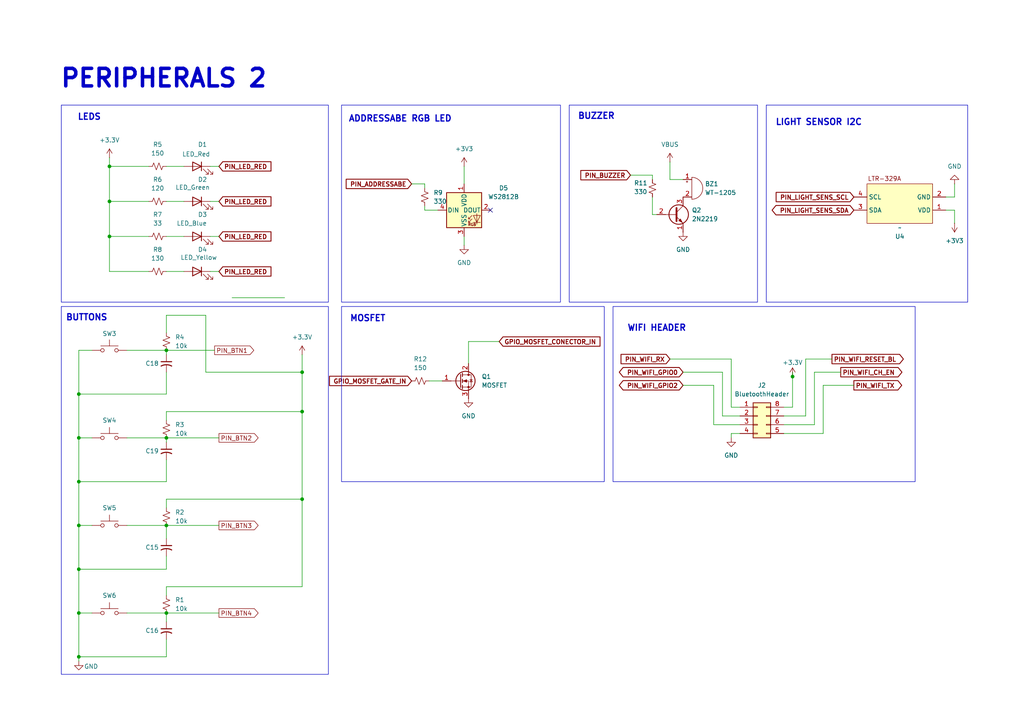
<source format=kicad_sch>
(kicad_sch (version 20250114) (generator "eeschema") (generator_version "9.0")
  (paper "A4")
  (title_block (title "EcoBoard") (company "EcoEnterprise"))
  (lib_symbols
    (symbol "Connector_Generic:Conn_02x04_Counter_Clockwise" (pin_names (offset 1.016) (hide yes))
      (property "Reference" "J" (at 1.27 5.08 0))
      (property "Value" "Conn_02x04_Counter_Clockwise" (at 1.27 -7.62 0))
      (symbol "Conn_02x04_Counter_Clockwise_1_1"
        (rectangle (start -1.27 3.81) (end 3.81 -6.35) (stroke (width 0.254)) (fill (type background)))
        (rectangle (start -1.27 2.667) (end 0 2.413) (stroke (width 0.1524)))
        (rectangle (start -1.27 0.127) (end 0 -0.127) (stroke (width 0.1524)))
        (rectangle (start -1.27 -2.413) (end 0 -2.667) (stroke (width 0.1524)))
        (rectangle (start -1.27 -4.953) (end 0 -5.207) (stroke (width 0.1524)))
        (rectangle (start 3.81 2.667) (end 2.54 2.413) (stroke (width 0.1524)))
        (rectangle (start 3.81 0.127) (end 2.54 -0.127) (stroke (width 0.1524)))
        (rectangle (start 3.81 -2.413) (end 2.54 -2.667) (stroke (width 0.1524)))
        (rectangle (start 3.81 -4.953) (end 2.54 -5.207) (stroke (width 0.1524)))
        (pin passive line (at -5.08 2.54 0) (length 3.81) (name "Pin_1") (number "1"))
        (pin passive line (at -5.08 0 0) (length 3.81) (name "Pin_2") (number "2"))
        (pin passive line (at -5.08 -2.54 0) (length 3.81) (name "Pin_3") (number "3"))
        (pin passive line (at -5.08 -5.08 0) (length 3.81) (name "Pin_4") (number "4"))
        (pin passive line (at 7.62 2.54 180) (length 3.81) (name "Pin_8") (number "8"))
        (pin passive line (at 7.62 0 180) (length 3.81) (name "Pin_7") (number "7"))
        (pin passive line (at 7.62 -2.54 180) (length 3.81) (name "Pin_6") (number "6"))
        (pin passive line (at 7.62 -5.08 180) (length 3.81) (name "Pin_5") (number "5"))
      )
    )
    (symbol "Device:Buzzer" (pin_names (offset 0.0254) (hide yes))
      (property "Reference" "BZ" (at 3.81 1.27 0))
      (property "Value" "Buzzer" (at 3.81 -1.27 0))
      (symbol "Buzzer_0_1"
        (polyline (pts (xy -1.651 1.905) (xy -1.143 1.905)))
        (polyline (pts (xy -1.397 2.159) (xy -1.397 1.651)))
        (arc (start 0 3.175) (mid 3.1612 0) (end 0 -3.175))
        (polyline (pts (xy 0 3.175) (xy 0 -3.175)))
      )
      (symbol "Buzzer_1_1"
        (pin passive line (at -2.54 2.54 0) (length 2.54) (name "+") (number "1"))
        (pin passive line (at -2.54 -2.54 0) (length 2.54) (name "-") (number "2"))
      )
    )
    (symbol "Device:C_Small_US" (pin_numbers (hide yes)) (pin_names (offset 0.254) (hide yes))
      (property "Reference" "C" (at 0.254 1.778 0))
      (property "Value" "C_Small_US" (at 0.254 -2.032 0))
      (symbol "C_Small_US_0_1"
        (polyline (pts (xy -1.524 0.508) (xy 1.524 0.508)) (stroke (width 0.3048)))
        (arc (start -1.524 -0.762) (mid 0 -0.3734) (end 1.524 -0.762) (stroke (width 0.3048)))
      )
      (symbol "C_Small_US_1_1"
        (pin passive line (at 0 2.54 270) (length 2.032) (name "~") (number "1"))
        (pin passive line (at 0 -2.54 90) (length 2.032) (name "~") (number "2"))
      )
    )
    (symbol "Device:LED" (pin_numbers (hide yes)) (pin_names (offset 1.016) (hide yes))
      (property "Reference" "D" (at 0 2.54 0))
      (property "Value" "LED" (at 0 -2.54 0))
      (symbol "LED_0_1"
        (polyline (pts (xy -3.048 -0.762) (xy -4.572 -2.286) (xy -3.81 -2.286) (xy -4.572 -2.286) (xy -4.572 -1.524)))
        (polyline (pts (xy -1.778 -0.762) (xy -3.302 -2.286) (xy -2.54 -2.286) (xy -3.302 -2.286) (xy -3.302 -1.524)))
        (polyline (pts (xy -1.27 0) (xy 1.27 0)))
        (polyline (pts (xy -1.27 -1.27) (xy -1.27 1.27)) (stroke (width 0.254)))
        (polyline (pts (xy 1.27 -1.27) (xy 1.27 1.27) (xy -1.27 0) (xy 1.27 -1.27)) (stroke (width 0.254)))
      )
      (symbol "LED_1_1"
        (pin passive line (at -3.81 0 0) (length 2.54) (name "K") (number "1"))
        (pin passive line (at 3.81 0 180) (length 2.54) (name "A") (number "2"))
      )
    )
    (symbol "Device:R_Small_US" (pin_numbers (hide yes)) (pin_names (offset 0.254) (hide yes))
      (property "Reference" "R" (at 0.762 0.508 0))
      (property "Value" "R_Small_US" (at 0.762 -1.016 0))
      (symbol "R_Small_US_1_1"
        (polyline (pts (xy 0 1.524) (xy 1.016 1.143) (xy 0 0.762) (xy -1.016 0.381) (xy 0 0)))
        (polyline (pts (xy 0 0) (xy 1.016 -0.381) (xy 0 -0.762) (xy -1.016 -1.143) (xy 0 -1.524)))
        (pin passive line (at 0 2.54 270) (length 1.016) (name "~") (number "1"))
        (pin passive line (at 0 -2.54 90) (length 1.016) (name "~") (number "2"))
      )
    )
    (symbol "EcoDevkit:LTR-329ALS"
      (property "Reference" "U" (at -8.636 6.35 0))
      (symbol "LTR-329ALS_1_1"
        (rectangle (start -10.16 5.08) (end 8.89 -6.35) (fill (type background)))
        (text "LTR-329A" (at 3.81 -7.874 0) (effects (font (size 1.27 1.27))))
        (pin power_in line (at -13.97 1.27 0) (length 3.81) (name "VDD") (number "1"))
        (pin power_out line (at -13.97 -2.54 0) (length 3.81) (name "GND") (number "2"))
        (pin bidirectional line (at 12.7 1.27 180) (length 3.81) (name "SDA") (number "3"))
        (pin input line (at 12.7 -2.54 180) (length 3.81) (name "SCL") (number "4"))
      )
    )
    (symbol "LED:WS2812B" (pin_names (offset 0.254))
      (property "Reference" "D" (at 5.08 5.715 0))
      (property "Value" "WS2812B" (at 1.27 -5.715 0))
      (symbol "WS2812B_0_0"
        (text "RGB" (at 2.286 -4.191 0) (effects (font (size 0.762 0.762))))
      )
      (symbol "WS2812B_0_1"
        (polyline (pts (xy 1.27 -2.54) (xy 1.778 -2.54)))
        (polyline (pts (xy 1.27 -3.556) (xy 1.778 -3.556)))
        (polyline (pts (xy 2.286 -1.524) (xy 1.27 -2.54) (xy 1.27 -2.032)))
        (polyline (pts (xy 2.286 -2.54) (xy 1.27 -3.556) (xy 1.27 -3.048)))
        (polyline (pts (xy 3.683 -1.016) (xy 3.683 -3.556) (xy 3.683 -4.064)))
        (polyline (pts (xy 4.699 -1.524) (xy 2.667 -1.524) (xy 3.683 -3.556) (xy 4.699 -1.524)))
        (polyline (pts (xy 4.699 -3.556) (xy 2.667 -3.556)))
        (rectangle (start 5.08 5.08) (end -5.08 -5.08) (stroke (width 0.254)) (fill (type background)))
      )
      (symbol "WS2812B_1_1"
        (pin input line (at -7.62 0 0) (length 2.54) (name "DIN") (number "4"))
        (pin power_in line (at 0 7.62 270) (length 2.54) (name "VDD") (number "1"))
        (pin power_in line (at 0 -7.62 90) (length 2.54) (name "VSS") (number "3"))
        (pin output line (at 7.62 0 180) (length 2.54) (name "DOUT") (number "2"))
      )
    )
    (symbol "Switch:SW_Push" (pin_numbers (hide yes)) (pin_names (offset 1.016) (hide yes))
      (property "Reference" "SW" (at 1.27 2.54 0))
      (property "Value" "SW_Push" (at 0 -1.524 0))
      (symbol "SW_Push_0_1"
        (circle (center -2.032 0) (radius 0.508))
        (polyline (pts (xy 0 1.27) (xy 0 3.048)))
        (circle (center 2.032 0) (radius 0.508))
        (polyline (pts (xy 2.54 1.27) (xy -2.54 1.27)))
        (pin passive line (at -5.08 0 0) (length 2.54) (name "1") (number "1"))
        (pin passive line (at 5.08 0 180) (length 2.54) (name "2") (number "2"))
      )
    )
    (symbol "Transistor_BJT:2N2219" (pin_names (offset 0) (hide yes))
      (property "Reference" "Q" (at 5.08 1.905 0))
      (property "Value" "2N2219" (at 5.08 0 0))
      (symbol "2N2219_0_1"
        (polyline (pts (xy -2.54 0) (xy 0.635 0)))
        (polyline (pts (xy 0.635 1.905) (xy 0.635 -1.905)) (stroke (width 0.508)))
        (circle (center 1.27 0) (radius 2.8194) (stroke (width 0.254)))
      )
      (symbol "2N2219_1_1"
        (polyline (pts (xy 0.635 0.635) (xy 2.54 2.54)))
        (polyline (pts (xy 0.635 -0.635) (xy 2.54 -2.54)))
        (polyline (pts (xy 1.27 -1.778) (xy 1.778 -1.27) (xy 2.286 -2.286) (xy 1.27 -1.778)) (fill (type outline)))
        (pin input line (at -5.08 0 0) (length 2.54) (name "B") (number "2"))
        (pin passive line (at 2.54 5.08 270) (length 2.54) (name "C") (number "3"))
        (pin passive line (at 2.54 -5.08 90) (length 2.54) (name "E") (number "1"))
      )
    )
    (symbol "Transistor_FET:Q_NMOS_GDS" (pin_names (offset 0) (hide yes))
      (property "Reference" "Q" (at 5.08 1.905 0))
      (property "Value" "Q_NMOS_GDS" (at 5.08 0 0))
      (symbol "Q_NMOS_GDS_0_1"
        (polyline (pts (xy 0.254 1.905) (xy 0.254 -1.905)) (stroke (width 0.254)))
        (polyline (pts (xy 0.254 0) (xy -2.54 0)))
        (polyline (pts (xy 0.762 2.286) (xy 0.762 1.27)) (stroke (width 0.254)))
        (polyline (pts (xy 0.762 0.508) (xy 0.762 -0.508)) (stroke (width 0.254)))
        (polyline (pts (xy 0.762 -1.27) (xy 0.762 -2.286)) (stroke (width 0.254)))
        (polyline (pts (xy 0.762 -1.778) (xy 3.302 -1.778) (xy 3.302 1.778) (xy 0.762 1.778)))
        (polyline (pts (xy 1.016 0) (xy 2.032 0.381) (xy 2.032 -0.381) (xy 1.016 0)) (fill (type outline)))
        (circle (center 1.651 0) (radius 2.794) (stroke (width 0.254)))
        (polyline (pts (xy 2.54 2.54) (xy 2.54 1.778)))
        (circle (center 2.54 1.778) (radius 0.254) (fill (type outline)))
        (circle (center 2.54 -1.778) (radius 0.254) (fill (type outline)))
        (polyline (pts (xy 2.54 -2.54) (xy 2.54 0) (xy 0.762 0)))
        (polyline (pts (xy 2.921 0.381) (xy 3.683 0.381)))
        (polyline (pts (xy 3.302 0.381) (xy 2.921 -0.254) (xy 3.683 -0.254) (xy 3.302 0.381)))
      )
      (symbol "Q_NMOS_GDS_1_1"
        (pin input line (at -5.08 0 0) (length 2.54) (name "G") (number "1"))
        (pin passive line (at 2.54 5.08 270) (length 2.54) (name "D") (number "2"))
        (pin passive line (at 2.54 -5.08 90) (length 2.54) (name "S") (number "3"))
      )
    )
    (symbol "power:+3.3V" (power) (pin_numbers (hide yes)) (pin_names (offset 0) (hide yes))
      (property "Value" "+3.3V" (at 0 3.556 0))
      (symbol "+3.3V_0_1"
        (polyline (pts (xy -0.762 1.27) (xy 0 2.54)))
        (polyline (pts (xy 0 2.54) (xy 0.762 1.27)))
        (polyline (pts (xy 0 0) (xy 0 2.54)))
      )
      (symbol "+3.3V_1_1"
        (pin power_in line (at 0 0 90) (length 0) (name "~") (number "1"))
      )
    )
    (symbol "power:+3V3" (power) (pin_numbers (hide yes)) (pin_names (offset 0) (hide yes))
      (property "Value" "+3V3" (at 0 3.556 0))
      (symbol "+3V3_0_1"
        (polyline (pts (xy -0.762 1.27) (xy 0 2.54)))
        (polyline (pts (xy 0 2.54) (xy 0.762 1.27)))
        (polyline (pts (xy 0 0) (xy 0 2.54)))
      )
      (symbol "+3V3_1_1"
        (pin power_in line (at 0 0 90) (length 0) (name "~") (number "1"))
      )
    )
    (symbol "power:GND" (power) (pin_numbers (hide yes)) (pin_names (offset 0) (hide yes))
      (property "Value" "GND" (at 0 -3.81 0))
      (symbol "GND_0_1"
        (polyline (pts (xy 0 0) (xy 0 -1.27) (xy 1.27 -1.27) (xy 0 -2.54) (xy -1.27 -1.27) (xy 0 -1.27)))
      )
      (symbol "GND_1_1"
        (pin power_in line (at 0 0 270) (length 0) (name "~") (number "1"))
      )
    )
    (symbol "power:VBUS" (power) (pin_numbers (hide yes)) (pin_names (offset 0) (hide yes))
      (property "Value" "VBUS" (at 0 3.556 0))
      (symbol "VBUS_0_1"
        (polyline (pts (xy -0.762 1.27) (xy 0 2.54)))
        (polyline (pts (xy 0 2.54) (xy 0.762 1.27)))
        (polyline (pts (xy 0 0) (xy 0 2.54)))
      )
      (symbol "VBUS_1_1"
        (pin power_in line (at 0 0 90) (length 0) (name "~") (number "1"))
      )
    )
  )
  (rectangle (start 177.8 88.9) (end 265.43 139.7))
  (rectangle (start 165.1 30.48) (end 219.71 87.63))
  (rectangle (start 99.06 88.9) (end 175.26 139.7))
  (rectangle (start 99.06 30.48) (end 162.56 87.63))
  (rectangle (start 17.78 30.48) (end 95.25 87.63))
  (text "WIFI HEADER\n" (at 190.5 95.25 0) (effects (font (size 1.778 1.778) (thickness 0.3556) (bold yes))))
  (text "BUTTONS" (at 25.146 92.202 0) (effects (font (size 1.778 1.778) (thickness 0.3556) (bold yes))))
  (text "BUZZER" (at 172.974 33.782 0) (effects (font (size 1.778 1.778) (thickness 0.3556) (bold yes))))
  (text "LEDS" (at 25.908 34.036 0) (effects (font (size 1.778 1.778) (thickness 0.3556) (bold yes))))
  (text "ADDRESSABE RGB LED" (at 116.078 34.544 0) (effects (font (size 1.778 1.778) (thickness 0.3556) (bold yes))))
  (text "MOSFET" (at 106.68 92.456 0) (effects (font (size 1.778 1.778) (thickness 0.3556) (bold yes))))
  (text "PERIPHERALS 2" (at 47.498 22.86 0) (effects (font (size 5.08 5.08) (thickness 1.016) (bold yes))))
  (text "LIGHT SENSOR I2C" (at 237.49 35.56 0) (effects (font (size 1.778 1.778) (thickness 0.3556) (bold yes))))
  (text_box "" (at 222.25 30.48 0) (size 58.42 57.15) (margins 0.9525 0.9525 0.9525 0.9525) (effects (font (size 1.27 1.27) (thickness 0.254) (bold yes)) (justify left top)))
  (text_box "" (at 17.78 88.9 0) (size 77.47 106.68) (margins 0.9525 0.9525 0.9525 0.9525) (effects (font (size 1.27 1.27) (thickness 0.254) (bold yes)) (justify left top)))
  (junction (at 48.26 127))
  (junction (at 31.75 58.42))
  (junction (at 87.63 144.78))
  (junction (at 87.63 119.38))
  (junction (at 22.86 190.5))
  (junction (at 87.63 107.95))
  (junction (at 48.26 101.6))
  (junction (at 22.86 177.8))
  (junction (at 22.86 139.7))
  (junction (at 31.75 48.26))
  (junction (at 48.26 152.4))
  (junction (at 22.86 114.3))
  (junction (at 22.86 152.4))
  (junction (at 229.87 109.22))
  (junction (at 22.86 127))
  (junction (at 22.86 165.1))
  (junction (at 31.75 68.58))
  (junction (at 48.26 177.8))
  (no_connect (at 142.24 60.96))
  (wire (pts (xy 22.86 139.7) (xy 22.86 152.4)))
  (wire (pts (xy 274.32 57.15) (xy 276.86 57.15)))
  (wire (pts (xy 48.26 180.34) (xy 48.26 177.8)))
  (wire (pts (xy 233.68 120.65) (xy 233.68 104.14)))
  (wire (pts (xy 134.62 48.26) (xy 134.62 53.34)))
  (wire (pts (xy 48.26 177.8) (xy 63.5 177.8)))
  (wire (pts (xy 36.83 127) (xy 48.26 127)))
  (wire (pts (xy 144.78 99.06) (xy 135.89 99.06)))
  (wire (pts (xy 227.33 125.73) (xy 238.76 125.73)))
  (wire (pts (xy 214.63 125.73) (xy 212.09 125.73)))
  (wire (pts (xy 48.26 170.18) (xy 48.26 172.72)))
  (wire (pts (xy 189.23 50.8) (xy 189.23 52.07)))
  (wire (pts (xy 48.26 96.52) (xy 48.26 91.44)))
  (wire (pts (xy 214.63 118.11) (xy 212.09 118.11)))
  (wire (pts (xy 236.22 107.95) (xy 243.84 107.95)))
  (wire (pts (xy 87.63 107.95) (xy 87.63 119.38)))
  (wire (pts (xy 123.19 53.34) (xy 123.19 54.61)))
  (wire (pts (xy 229.87 109.22) (xy 229.87 107.95)))
  (wire (pts (xy 31.75 68.58) (xy 31.75 58.42)))
  (wire (pts (xy 31.75 48.26) (xy 31.75 45.72)))
  (wire (pts (xy 209.55 107.95) (xy 198.12 107.95)))
  (wire (pts (xy 238.76 111.76) (xy 247.65 111.76)))
  (wire (pts (xy 236.22 123.19) (xy 236.22 107.95)))
  (wire (pts (xy 31.75 58.42) (xy 31.75 48.26)))
  (wire (pts (xy 22.86 127) (xy 22.86 139.7)))
  (wire (pts (xy 48.26 161.29) (xy 48.26 165.1)))
  (wire (pts (xy 60.96 78.74) (xy 63.5 78.74)))
  (wire (pts (xy 48.26 114.3) (xy 22.86 114.3)))
  (wire (pts (xy 48.26 139.7) (xy 22.86 139.7)))
  (wire (pts (xy 229.87 118.11) (xy 229.87 109.22)))
  (wire (pts (xy 22.86 165.1) (xy 22.86 177.8)))
  (wire (pts (xy 87.63 119.38) (xy 87.63 144.78)))
  (wire (pts (xy 227.33 123.19) (xy 236.22 123.19)))
  (wire (pts (xy 134.62 71.12) (xy 134.62 68.58)))
  (wire (pts (xy 48.26 147.32) (xy 48.26 144.78)))
  (wire (pts (xy 276.86 60.96) (xy 276.86 64.77)))
  (wire (pts (xy 36.83 101.6) (xy 48.26 101.6)))
  (wire (pts (xy 48.26 190.5) (xy 22.86 190.5)))
  (wire (pts (xy 124.46 110.49) (xy 128.27 110.49)))
  (wire (pts (xy 189.23 57.15) (xy 189.23 62.23)))
  (wire (pts (xy 22.86 177.8) (xy 22.86 190.5)))
  (wire (pts (xy 119.38 53.34) (xy 123.19 53.34)))
  (wire (pts (xy 48.26 91.44) (xy 59.69 91.44)))
  (wire (pts (xy 48.26 121.92) (xy 48.26 119.38)))
  (wire (pts (xy 43.18 48.26) (xy 31.75 48.26)))
  (wire (pts (xy 48.26 119.38) (xy 87.63 119.38)))
  (wire (pts (xy 212.09 104.14) (xy 194.31 104.14)))
  (wire (pts (xy 48.26 152.4) (xy 63.5 152.4)))
  (wire (pts (xy 60.96 48.26) (xy 63.5 48.26)))
  (wire (pts (xy 123.19 60.96) (xy 127 60.96)))
  (wire (pts (xy 227.33 118.11) (xy 229.87 118.11)))
  (wire (pts (xy 31.75 78.74) (xy 31.75 68.58)))
  (wire (pts (xy 227.33 120.65) (xy 233.68 120.65)))
  (wire (pts (xy 63.5 68.58) (xy 60.96 68.58)))
  (wire (pts (xy 135.89 99.06) (xy 135.89 105.41)))
  (wire (pts (xy 207.01 123.19) (xy 207.01 111.76)))
  (wire (pts (xy 36.83 152.4) (xy 48.26 152.4)))
  (wire (pts (xy 209.55 120.65) (xy 209.55 107.95)))
  (wire (pts (xy 233.68 104.14) (xy 241.3 104.14)))
  (wire (pts (xy 214.63 123.19) (xy 207.01 123.19)))
  (wire (pts (xy 48.26 101.6) (xy 62.23 101.6)))
  (wire (pts (xy 48.26 107.95) (xy 48.26 114.3)))
  (wire (pts (xy 48.26 68.58) (xy 53.34 68.58)))
  (wire (pts (xy 48.26 127) (xy 63.5 127)))
  (wire (pts (xy 212.09 125.73) (xy 212.09 127)))
  (wire (pts (xy 48.26 48.26) (xy 53.34 48.26)))
  (wire (pts (xy 123.19 59.69) (xy 123.19 60.96)))
  (wire (pts (xy 22.86 152.4) (xy 26.67 152.4)))
  (wire (pts (xy 48.26 78.74) (xy 53.34 78.74)))
  (wire (pts (xy 212.09 118.11) (xy 212.09 104.14)))
  (wire (pts (xy 189.23 62.23) (xy 190.5 62.23)))
  (wire (pts (xy 87.63 170.18) (xy 48.26 170.18)))
  (wire (pts (xy 43.18 68.58) (xy 31.75 68.58)))
  (wire (pts (xy 48.26 133.35) (xy 48.26 139.7)))
  (wire (pts (xy 48.26 127) (xy 48.26 128.27)))
  (wire (pts (xy 67.31 86.36) (xy 82.55 86.36)))
  (wire (pts (xy 26.67 127) (xy 22.86 127)))
  (wire (pts (xy 48.26 58.42) (xy 53.34 58.42)))
  (wire (pts (xy 26.67 101.6) (xy 22.86 101.6)))
  (wire (pts (xy 48.26 165.1) (xy 22.86 165.1)))
  (wire (pts (xy 60.96 58.42) (xy 63.5 58.42)))
  (wire (pts (xy 48.26 101.6) (xy 48.26 102.87)))
  (wire (pts (xy 87.63 144.78) (xy 87.63 170.18)))
  (wire (pts (xy 48.26 152.4) (xy 48.26 156.21)))
  (wire (pts (xy 22.86 177.8) (xy 26.67 177.8)))
  (wire (pts (xy 87.63 102.87) (xy 87.63 107.95)))
  (wire (pts (xy 194.31 52.07) (xy 194.31 46.99)))
  (wire (pts (xy 182.88 50.8) (xy 189.23 50.8)))
  (wire (pts (xy 22.86 152.4) (xy 22.86 165.1)))
  (wire (pts (xy 207.01 111.76) (xy 198.12 111.76)))
  (wire (pts (xy 274.32 60.96) (xy 276.86 60.96)))
  (wire (pts (xy 22.86 190.5) (xy 22.86 191.77)))
  (wire (pts (xy 238.76 125.73) (xy 238.76 111.76)))
  (wire (pts (xy 48.26 185.42) (xy 48.26 190.5)))
  (wire (pts (xy 198.12 52.07) (xy 194.31 52.07)))
  (wire (pts (xy 43.18 58.42) (xy 31.75 58.42)))
  (wire (pts (xy 59.69 91.44) (xy 59.69 107.95)))
  (wire (pts (xy 22.86 101.6) (xy 22.86 114.3)))
  (wire (pts (xy 214.63 120.65) (xy 209.55 120.65)))
  (wire (pts (xy 276.86 53.34) (xy 276.86 57.15)))
  (wire (pts (xy 43.18 78.74) (xy 31.75 78.74)))
  (wire (pts (xy 48.26 144.78) (xy 87.63 144.78)))
  (wire (pts (xy 59.69 107.95) (xy 87.63 107.95)))
  (wire (pts (xy 36.83 177.8) (xy 48.26 177.8)))
  (wire (pts (xy 22.86 114.3) (xy 22.86 127)))
  (global_label "PIN_WIFI_RX" (shape input) (at 194.31 104.14 180) (effects (font (thickness 0.254) (bold yes))) (property "Intersheetrefs" "${INTERSHEET_REFS}" (effects (hide yes))))
  (global_label "PIN_WIFI_GPIO2" (shape bidirectional) (at 198.12 111.76 180) (effects (font (thickness 0.254) (bold yes))) (property "Intersheetrefs" "${INTERSHEET_REFS}" (effects (hide yes))))
  (global_label "PIN_LED_RED" (shape input) (at 63.5 68.58 0) (effects (font (thickness 0.254) (bold yes))) (property "Intersheetrefs" "${INTERSHEET_REFS}" (effects (hide yes))))
  (global_label "PIN_LIGHT_SENS_SDA" (shape bidirectional) (at 247.65 60.96 180) (effects (font (thickness 0.254) (bold yes))) (property "Intersheetrefs" "${INTERSHEET_REFS}" (effects (hide yes))))
  (global_label "PIN_WIFI_TX" (shape output) (at 247.65 111.76 0) (effects (font (thickness 0.254) (bold yes))) (property "Intersheetrefs" "${INTERSHEET_REFS}" (effects (hide yes))))
  (global_label "PIN_WIFI_GPIO0" (shape bidirectional) (at 198.12 107.95 180) (effects (font (thickness 0.254) (bold yes))) (property "Intersheetrefs" "${INTERSHEET_REFS}" (effects (hide yes))))
  (global_label "PIN_BTN3" (shape output) (at 63.5 152.4 0) (property "Intersheetrefs" "${INTERSHEET_REFS}" (effects (hide yes))))
  (global_label "PIN_BTN2" (shape output) (at 63.5 127 0) (property "Intersheetrefs" "${INTERSHEET_REFS}" (effects (hide yes))))
  (global_label "PIN_LED_RED" (shape input) (at 63.5 58.42 0) (effects (font (thickness 0.254) (bold yes))) (property "Intersheetrefs" "${INTERSHEET_REFS}" (effects (hide yes))))
  (global_label "PIN_WIFI_CH_EN" (shape output) (at 243.84 107.95 0) (effects (font (thickness 0.254) (bold yes))) (property "Intersheetrefs" "${INTERSHEET_REFS}" (effects (hide yes))))
  (global_label "GPIO_MOSFET_CONECTOR_IN" (shape input) (at 144.78 99.06 0) (effects (font (thickness 0.254) (bold yes))) (property "Intersheetrefs" "${INTERSHEET_REFS}" (effects (hide yes))))
  (global_label "PIN_LED_RED" (shape input) (at 63.5 78.74 0) (effects (font (thickness 0.254) (bold yes))) (property "Intersheetrefs" "${INTERSHEET_REFS}" (effects (hide yes))))
  (global_label "PIN_BUZZER" (shape input) (at 182.88 50.8 180) (effects (font (thickness 0.254) (bold yes))) (property "Intersheetrefs" "${INTERSHEET_REFS}" (effects (hide yes))))
  (global_label "PIN_ADDRESSABE" (shape input) (at 119.38 53.34 180) (effects (font (thickness 0.254) (bold yes))) (property "Intersheetrefs" "${INTERSHEET_REFS}" (effects (hide yes))))
  (global_label "PIN_LIGHT_SENS_SCL" (shape input) (at 247.65 57.15 180) (effects (font (thickness 0.254) (bold yes))) (property "Intersheetrefs" "${INTERSHEET_REFS}" (effects (hide yes))))
  (global_label "PIN_BTN4" (shape output) (at 63.5 177.8 0) (property "Intersheetrefs" "${INTERSHEET_REFS}" (effects (hide yes))))
  (global_label "PIN_LED_RED" (shape input) (at 63.5 48.26 0) (effects (font (thickness 0.254) (bold yes))) (property "Intersheetrefs" "${INTERSHEET_REFS}" (effects (hide yes))))
  (global_label "PIN_BTN1" (shape output) (at 62.23 101.6 0) (property "Intersheetrefs" "${INTERSHEET_REFS}" (effects (hide yes))))
  (global_label "GPIO_MOSFET_GATE_IN" (shape input) (at 119.38 110.49 180) (effects (font (thickness 0.254) (bold yes))) (property "Intersheetrefs" "${INTERSHEET_REFS}" (effects (hide yes))))
  (global_label "PIN_WIFI_RESET_BL" (shape output) (at 241.3 104.14 0) (effects (font (thickness 0.254) (bold yes))) (property "Intersheetrefs" "${INTERSHEET_REFS}" (effects (hide yes))))
  (symbol (lib_id "Device:R_Small_US") (at 48.26 175.26 0) (unit 1)
    (property "Reference" "R1" (at 50.8 173.9899 0) (effects (justify left)))
    (property "Value" "10k" (at 50.8 176.5299 0) (effects (justify left)))
    (property "Description" "Resistor, small US symbol" (effects (hide yes)))
  )
  (symbol (lib_id "Device:R_Small_US") (at 45.72 48.26 270) (unit 1)
    (property "Reference" "R5" (at 45.72 41.91 90))
    (property "Value" "150" (at 45.72 44.45 90))
    (property "Description" "Resistor, small US symbol" (effects (hide yes)))
  )
  (symbol (lib_id "Connector_Generic:Conn_02x04_Counter_Clockwise") (at 219.71 120.65 0) (unit 1)
    (property "Reference" "J2" (at 220.98 111.76 0))
    (property "Value" "BluetoothHeader" (at 220.98 114.3 0))
    (property "Footprint" "Connector_PinHeader_2.54mm:PinHeader_2x04_P2.54mm_Vertical" (effects (hide yes)))
    (property "Description" "Generic connector, double row, 02x04, counter clockwise pin numbering scheme (similar to DIP package numbering), script generated (kicad-library-utils/schlib/autogen/connector/)" (effects (hide yes)))
  )
  (symbol (lib_id "Device:R_Small_US") (at 45.72 58.42 270) (unit 1)
    (property "Reference" "R6" (at 45.72 52.07 90))
    (property "Value" "120" (at 45.72 54.61 90))
    (property "Description" "Resistor, small US symbol" (effects (hide yes)))
  )
  (symbol (lib_id "power:+3V3") (at 134.62 48.26 0) (unit 1)
    (property "Reference" "#PWR023" (effects (hide yes)))
    (property "Value" "+3V3" (at 134.62 43.18 0))
    (property "Description" "Power symbol creates a global label with name \"+3V3\"" (effects (hide yes)))
  )
  (symbol (lib_id "power:GND") (at 198.12 67.31 0) (unit 1)
    (property "Reference" "#PWR035" (effects (hide yes)))
    (property "Value" "GND" (at 198.12 72.39 0))
    (property "Description" "Power symbol creates a global label with name \"GND\" , ground" (effects (hide yes)))
  )
  (symbol (lib_id "EcoDevkit:LTR-329ALS") (at 260.35 59.69 180) (unit 1)
    (property "Reference" "U4" (at 260.985 68.58 0))
    (property "Value" "~" (at 260.985 66.04 0))
    (property "Datasheet" "https://www.digikey.com.br/en/products/detail/lite-on-inc/ltr-329als-01/4847334" (effects (hide yes)))
    (property "Description" "LTR-329ALS-01" (effects (hide yes)))
  )
  (symbol (lib_id "power:GND") (at 212.09 127 0) (unit 1)
    (property "Reference" "#PWR032" (effects (hide yes)))
    (property "Value" "GND" (at 212.09 132.08 0))
    (property "Description" "Power symbol creates a global label with name \"GND\" , ground" (effects (hide yes)))
  )
  (symbol (lib_id "Device:LED") (at 57.15 68.58 0) (mirror y) (unit 1)
    (property "Reference" "D3" (at 58.7375 62.23 0))
    (property "Value" "LED_Blue" (at 55.626 64.77 0))
    (property "Footprint" "LED_SMD:LED_1206_3216Metric" (effects (hide yes)))
    (property "Datasheet" "https://www.digikey.com/en/products/detail/cree-led/UHD111A-FKA-C3K23E1L3VG5ZB3Z3/16833927" (effects (hide yes)))
    (property "Description" "Light emitting diode" (effects (hide yes)))
    (property "Sim.Pins" "1=K 2=A" (effects (hide yes)))
  )
  (symbol (lib_id "power:+3.3V") (at 87.63 102.87 0) (unit 1)
    (property "Reference" "#PWR014" (effects (hide yes)))
    (property "Value" "+3.3V" (at 87.63 97.79 0))
    (property "Description" "Power symbol creates a global label with name \"+3.3V\"" (effects (hide yes)))
  )
  (symbol (lib_id "power:GND") (at 22.86 191.77 0) (unit 1)
    (property "Reference" "#PWR029" (effects (hide yes)))
    (property "Value" "GND" (at 24.384 193.294 0) (effects (justify left)))
    (property "Description" "Power symbol creates a global label with name \"GND\" , ground" (effects (hide yes)))
  )
  (symbol (lib_id "Device:R_Small_US") (at 48.26 149.86 0) (unit 1)
    (property "Reference" "R2" (at 50.8 148.5899 0) (effects (justify left)))
    (property "Value" "10k" (at 50.8 151.1299 0) (effects (justify left)))
    (property "Description" "Resistor, small US symbol" (effects (hide yes)))
  )
  (symbol (lib_id "Device:Buzzer") (at 200.66 54.61 0) (unit 1)
    (property "Reference" "BZ1" (at 204.47 53.3399 0) (effects (justify left)))
    (property "Value" "WT-1205" (at 204.47 55.8799 0) (effects (justify left)))
    (property "Footprint" "Buzzer_Beeper:Buzzer_12mm_P5.0mm_Vertical" (effects (hide yes)))
    (property "Datasheet" "https://www.digikey.com.br/en/products/detail/soberton-inc/WT-1205/479674" (effects (hide yes)))
    (property "Description" "Buzzer, polarized" (effects (hide yes)))
  )
  (symbol (lib_id "Device:R_Small_US") (at 48.26 124.46 0) (unit 1)
    (property "Reference" "R3" (at 50.8 123.1899 0) (effects (justify left)))
    (property "Value" "10k" (at 50.8 125.7299 0) (effects (justify left)))
    (property "Description" "Resistor, small US symbol" (effects (hide yes)))
  )
  (symbol (lib_id "power:+3V3") (at 276.86 64.77 180) (unit 1)
    (property "Reference" "#PWR024" (effects (hide yes)))
    (property "Value" "+3V3" (at 276.86 69.85 0))
    (property "Description" "Power symbol creates a global label with name \"+3V3\"" (effects (hide yes)))
  )
  (symbol (lib_id "Device:LED") (at 57.15 78.74 0) (mirror y) (unit 1)
    (property "Reference" "D4" (at 58.7375 72.39 0))
    (property "Value" "LED_Yellow" (at 57.658 74.676 0))
    (property "Footprint" "LED_SMD:LED_1206_3216Metric" (effects (hide yes)))
    (property "Datasheet" "https://www.digikey.com/en/products/detail/cree-led/UHD111A-FKA-C3K23E1L3VG5ZB3Z3/16833927" (effects (hide yes)))
    (property "Description" "Light emitting diode" (effects (hide yes)))
    (property "Sim.Pins" "1=K 2=A" (effects (hide yes)))
  )
  (symbol (lib_id "Device:R_Small_US") (at 48.26 99.06 0) (unit 1)
    (property "Reference" "R4" (at 50.8 97.7899 0) (effects (justify left)))
    (property "Value" "10k" (at 50.8 100.3299 0) (effects (justify left)))
    (property "Description" "Resistor, small US symbol" (effects (hide yes)))
  )
  (symbol (lib_id "Device:C_Small_US") (at 48.26 182.88 0) (unit 1)
    (property "Reference" "C16" (at 42.164 182.88 0) (effects (justify left)))
    (property "Value" "C_Small_US" (effects (hide yes)))
    (property "Description" "capacitor, small US symbol" (effects (hide yes)))
  )
  (symbol (lib_id "Transistor_FET:Q_NMOS_GDS") (at 133.35 110.49 0) (unit 1)
    (property "Reference" "Q1" (at 139.7 109.2199 0) (effects (justify left)))
    (property "Value" "MOSFET" (at 139.7 111.7599 0) (effects (justify left)))
    (property "Description" "N-MOSFET transistor, gate/drain/source" (effects (hide yes)))
  )
  (symbol (lib_id "power:GND") (at 134.62 71.12 0) (unit 1)
    (property "Reference" "#PWR033" (effects (hide yes)))
    (property "Value" "GND" (at 134.62 76.2 0))
    (property "Description" "Power symbol creates a global label with name \"GND\" , ground" (effects (hide yes)))
  )
  (symbol (lib_id "power:+3.3V") (at 31.75 45.72 0) (unit 1)
    (property "Reference" "#PWR013" (effects (hide yes)))
    (property "Value" "+3.3V" (at 31.75 40.64 0))
    (property "Description" "Power symbol creates a global label with name \"+3.3V\"" (effects (hide yes)))
  )
  (symbol (lib_id "Device:R_Small_US") (at 45.72 68.58 270) (unit 1)
    (property "Reference" "R7" (at 45.72 62.23 90))
    (property "Value" "33" (at 45.72 64.77 90))
    (property "Description" "Resistor, small US symbol" (effects (hide yes)))
  )
  (symbol (lib_id "power:+3.3V") (at 229.87 109.22 0) (unit 1)
    (property "Reference" "#PWR028" (effects (hide yes)))
    (property "Value" "+3.3V" (at 229.87 105.156 0))
    (property "Description" "Power symbol creates a global label with name \"+3.3V\"" (effects (hide yes)))
  )
  (symbol (lib_id "Device:C_Small_US") (at 48.26 105.41 0) (unit 1)
    (property "Reference" "C18" (at 42.164 105.41 0) (effects (justify left)))
    (property "Value" "C_Small_US" (effects (hide yes)))
    (property "Description" "capacitor, small US symbol" (effects (hide yes)))
  )
  (symbol (lib_id "Device:C_Small_US") (at 48.26 130.81 0) (unit 1)
    (property "Reference" "C19" (at 42.164 130.81 0) (effects (justify left)))
    (property "Value" "C_Small_US" (effects (hide yes)))
    (property "Description" "capacitor, small US symbol" (effects (hide yes)))
  )
  (symbol (lib_id "Device:R_Small_US") (at 121.92 110.49 270) (unit 1)
    (property "Reference" "R12" (at 121.92 104.14 90))
    (property "Value" "150" (at 121.92 106.68 90))
    (property "Description" "Resistor, small US symbol" (effects (hide yes)))
  )
  (symbol (lib_id "Device:LED") (at 57.15 48.26 0) (mirror y) (unit 1)
    (property "Reference" "D1" (at 58.7375 41.91 0))
    (property "Value" "LED_Red" (at 56.896 44.704 0))
    (property "Footprint" "LED_SMD:LED_1206_3216Metric" (effects (hide yes)))
    (property "Datasheet" "https://www.digikey.com/en/products/detail/cree-led/UHD111A-FKA-C3K23E1L3VG5ZB3Z3/16833927" (effects (hide yes)))
    (property "Description" "Light emitting diode" (effects (hide yes)))
    (property "Sim.Pins" "1=K 2=A" (effects (hide yes)))
  )
  (symbol (lib_id "Transistor_BJT:2N2219") (at 195.58 62.23 0) (unit 1)
    (property "Reference" "Q2" (at 200.66 60.9599 0) (effects (justify left)))
    (property "Value" "2N2219" (at 200.66 63.4999 0) (effects (justify left)))
    (property "Footprint" "Package_TO_SOT_THT:TO-39-3" (effects (hide yes)))
    (property "Datasheet" "http://www.onsemi.com/pub_link/Collateral/2N2219-D.PDF" (effects (hide yes)))
    (property "Description" "800mA Ic, 50V Vce, NPN Transistor, TO-39" (effects (hide yes)))
  )
  (symbol (lib_id "power:GND") (at 135.89 115.57 0) (unit 1)
    (property "Reference" "#PWR030" (effects (hide yes)))
    (property "Value" "GND" (at 135.89 120.65 0))
    (property "Description" "Power symbol creates a global label with name \"GND\" , ground" (effects (hide yes)))
  )
  (symbol (lib_id "power:VBUS") (at 194.31 46.99 0) (unit 1)
    (property "Reference" "#PWR015" (effects (hide yes)))
    (property "Value" "VBUS" (at 194.31 41.91 0))
    (property "Description" "Power symbol creates a global label with name \"VBUS\"" (effects (hide yes)))
  )
  (symbol (lib_id "Device:R_Small_US") (at 123.19 57.15 0) (unit 1)
    (property "Reference" "R9" (at 125.73 55.8799 0) (effects (justify left)))
    (property "Value" "330" (at 125.73 58.4199 0) (effects (justify left)))
    (property "Description" "Resistor, small US symbol" (effects (hide yes)))
  )
  (symbol (lib_id "Switch:SW_Push") (at 31.75 152.4 0) (unit 1)
    (property "Reference" "SW5" (at 31.75 147.32 0))
    (property "Value" "PTS636" (effects (hide yes)))
    (property "Footprint" "Button_Switch_SMD:SW_Tactile_SPST_NO_Straight_CK_PTS636Sx25SMTRLFS" (effects (hide yes)))
    (property "Datasheet" "https://www.digikey.com.br/en/products/detail/c-k/PTS636-SK43-SMTR-LFS/10071724" (effects (hide yes)))
    (property "Description" "Push button switch, generic, two pins" (effects (hide yes)))
    (property "MPN" "PTS636 SK43 SMTR LFS" (effects (hide yes)))
  )
  (symbol (lib_id "Device:R_Small_US") (at 45.72 78.74 270) (unit 1)
    (property "Reference" "R8" (at 45.72 72.39 90))
    (property "Value" "130" (at 45.72 74.93 90))
    (property "Description" "Resistor, small US symbol" (effects (hide yes)))
  )
  (symbol (lib_id "Switch:SW_Push") (at 31.75 101.6 0) (unit 1)
    (property "Reference" "SW3" (at 31.75 96.774 0))
    (property "Value" "PTS636" (effects (hide yes)))
    (property "Footprint" "Button_Switch_SMD:SW_Tactile_SPST_NO_Straight_CK_PTS636Sx25SMTRLFS" (effects (hide yes)))
    (property "Datasheet" "https://www.digikey.com.br/en/products/detail/c-k/PTS636-SK43-SMTR-LFS/10071724" (effects (hide yes)))
    (property "Description" "Push button switch, generic, two pins" (effects (hide yes)))
    (property "MPN" "PTS636 SK43 SMTR LFS" (effects (hide yes)))
  )
  (symbol (lib_id "power:GND") (at 276.86 53.34 180) (unit 1)
    (property "Reference" "#PWR025" (effects (hide yes)))
    (property "Value" "GND" (at 276.86 48.26 0))
    (property "Description" "Power symbol creates a global label with name \"GND\" , ground" (effects (hide yes)))
  )
  (symbol (lib_id "Device:LED") (at 57.15 58.42 0) (mirror y) (unit 1)
    (property "Reference" "D2" (at 58.7375 52.07 0))
    (property "Value" "LED_Green" (at 55.88 54.356 0))
    (property "Footprint" "LED_SMD:LED_1206_3216Metric" (effects (hide yes)))
    (property "Datasheet" "https://www.digikey.com/en/products/detail/cree-led/UHD111A-FKA-C3K23E1L3VG5ZB3Z3/16833927" (effects (hide yes)))
    (property "Description" "Light emitting diode" (effects (hide yes)))
    (property "Sim.Pins" "1=K 2=A" (effects (hide yes)))
  )
  (symbol (lib_id "Switch:SW_Push") (at 31.75 177.8 0) (unit 1)
    (property "Reference" "SW6" (at 31.75 172.72 0))
    (property "Value" "PTS636" (effects (hide yes)))
    (property "Footprint" "Button_Switch_SMD:SW_Tactile_SPST_NO_Straight_CK_PTS636Sx25SMTRLFS" (effects (hide yes)))
    (property "Datasheet" "https://www.digikey.com.br/en/products/detail/c-k/PTS636-SK43-SMTR-LFS/10071724" (effects (hide yes)))
    (property "Description" "Push button switch, generic, two pins" (effects (hide yes)))
    (property "MPN" "PTS636 SK43 SMTR LFS" (effects (hide yes)))
  )
  (symbol (lib_id "Switch:SW_Push") (at 31.75 127 0) (unit 1)
    (property "Reference" "SW4" (at 31.75 121.92 0))
    (property "Value" "PTS636" (effects (hide yes)))
    (property "Footprint" "Button_Switch_SMD:SW_Tactile_SPST_NO_Straight_CK_PTS636Sx25SMTRLFS" (effects (hide yes)))
    (property "Datasheet" "https://www.digikey.com.br/en/products/detail/c-k/PTS636-SK43-SMTR-LFS/10071724" (effects (hide yes)))
    (property "Description" "Push button switch, generic, two pins" (effects (hide yes)))
    (property "MPN" "PTS636 SK43 SMTR LFS" (effects (hide yes)))
  )
  (symbol (lib_id "Device:R_Small_US") (at 189.23 54.61 0) (unit 1)
    (property "Reference" "R11" (at 183.896 53.086 0) (effects (justify left)))
    (property "Value" "330" (at 183.896 55.626 0) (effects (justify left)))
    (property "Description" "Resistor, small US symbol" (effects (hide yes)))
  )
  (symbol (lib_id "LED:WS2812B") (at 134.62 60.96 0) (unit 1)
    (property "Reference" "D5" (at 146.05 54.5398 0))
    (property "Value" "WS2812B" (at 146.05 57.0798 0))
    (property "Footprint" "LED_SMD:LED_WS2812B_PLCC4_5.0x5.0mm_P3.2mm" (effects (hide yes)))
    (property "Datasheet" "https://www.digikey.com.br/en/products/detail/sparkfun-electronics/16347/11630204" (effects (hide yes)))
    (property "Description" "RGB LED with integrated controller" (effects (hide yes)))
    (property "MPN" "16347" (effects (hide yes)))
  )
  (symbol (lib_id "Device:C_Small_US") (at 48.26 158.75 0) (unit 1)
    (property "Reference" "C15" (at 42.164 158.75 0) (effects (justify left)))
    (property "Value" "C_Small_US" (effects (hide yes)))
    (property "Description" "capacitor, small US symbol" (effects (hide yes)))
  )
)
</source>
